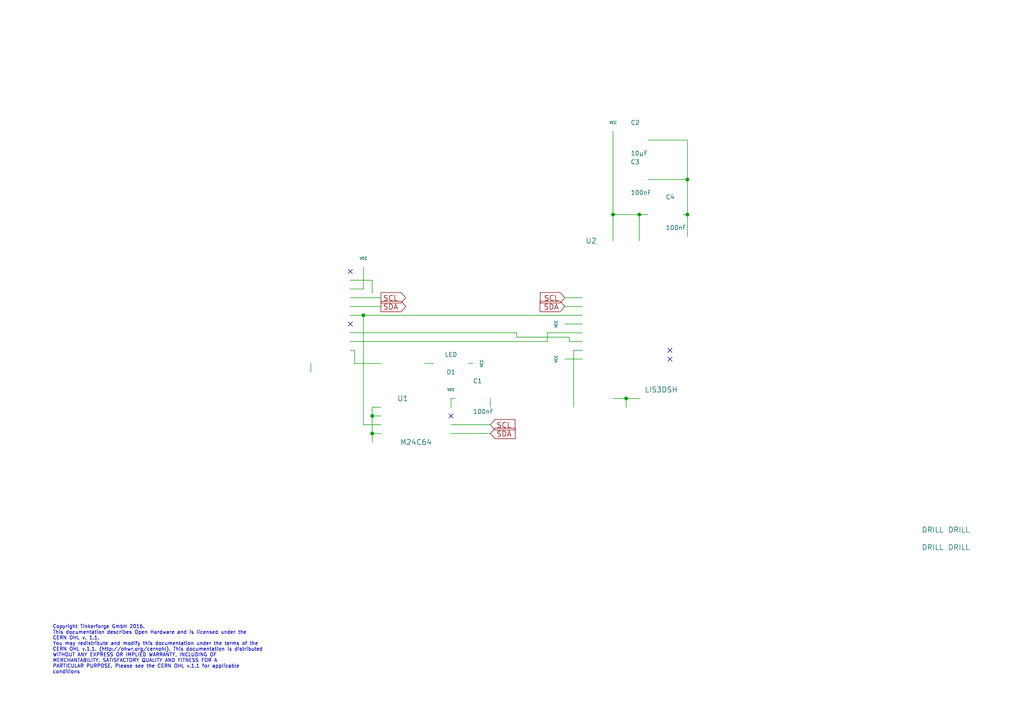
<source format=kicad_sch>
(kicad_sch (version 20230121) (generator eeschema)
  (paper "A4")
  (title_block (title "Accelerometer Bricklet") (date "2016-03-04") (rev "1.1") (company "Tinkerforge GmbH") (comment 1 "Licensed under CERN OHL v.1.1") (comment 2 "Copyright (©) 2016, B.Nordmeyer <bastian@tinkerforge.com>"))
  (lib_symbols)
  (junction (at 199.39 62.23))
  (junction (at 107.95 120.65))
  (junction (at 107.95 125.73))
  (junction (at 181.61 115.57))
  (junction (at 199.39 52.07))
  (junction (at 185.42 62.23))
  (junction (at 177.8 62.23))
  (junction (at 105.41 91.44))
  (no_connect (at 194.31 104.14))
  (no_connect (at 130.81 120.65))
  (no_connect (at 101.6 93.98))
  (no_connect (at 101.6 78.74))
  (no_connect (at 194.31 101.6))
  (wire (pts (xy 177.8 38.1) (xy 177.8 62.23)))
  (wire (pts (xy 110.49 105.41) (xy 102.87 105.41)))
  (wire (pts (xy 166.37 101.6) (xy 168.91 101.6)))
  (wire (pts (xy 123.19 105.41) (xy 125.73 105.41)))
  (wire (pts (xy 130.81 118.11) (xy 130.81 115.57)))
  (wire (pts (xy 142.24 115.57) (xy 142.24 118.11)))
  (wire (pts (xy 107.95 81.28) (xy 107.95 85.09)))
  (wire (pts (xy 158.75 99.06) (xy 101.6 99.06)))
  (wire (pts (xy 177.8 115.57) (xy 181.61 115.57)))
  (wire (pts (xy 105.41 123.19) (xy 105.41 91.44)))
  (wire (pts (xy 168.91 99.06) (xy 165.1 99.06)))
  (wire (pts (xy 185.42 62.23) (xy 187.96 62.23)))
  (wire (pts (xy 107.95 120.65) (xy 107.95 118.11)))
  (wire (pts (xy 101.6 88.9) (xy 110.49 88.9)))
  (wire (pts (xy 149.86 97.79) (xy 149.86 96.52)))
  (wire (pts (xy 177.8 62.23) (xy 177.8 69.85)))
  (wire (pts (xy 163.83 86.36) (xy 168.91 86.36)))
  (wire (pts (xy 107.95 120.65) (xy 110.49 120.65)))
  (wire (pts (xy 105.41 91.44) (xy 168.91 91.44)))
  (wire (pts (xy 130.81 115.57) (xy 132.08 115.57)))
  (wire (pts (xy 101.6 86.36) (xy 110.49 86.36)))
  (wire (pts (xy 177.8 62.23) (xy 185.42 62.23)))
  (wire (pts (xy 187.96 52.07) (xy 199.39 52.07)))
  (wire (pts (xy 107.95 128.27) (xy 107.95 125.73)))
  (wire (pts (xy 102.87 105.41) (xy 102.87 101.6)))
  (wire (pts (xy 105.41 83.82) (xy 101.6 83.82)))
  (wire (pts (xy 90.17 107.95) (xy 90.17 105.41)))
  (wire (pts (xy 198.12 62.23) (xy 199.39 62.23)))
  (wire (pts (xy 165.1 97.79) (xy 149.86 97.79)))
  (wire (pts (xy 185.42 69.85) (xy 185.42 62.23)))
  (wire (pts (xy 135.89 105.41) (xy 137.16 105.41)))
  (wire (pts (xy 165.1 99.06) (xy 165.1 97.79)))
  (wire (pts (xy 105.41 77.47) (xy 105.41 83.82)))
  (wire (pts (xy 199.39 40.64) (xy 199.39 52.07)))
  (wire (pts (xy 158.75 96.52) (xy 158.75 99.06)))
  (wire (pts (xy 107.95 125.73) (xy 107.95 120.65)))
  (wire (pts (xy 102.87 101.6) (xy 101.6 101.6)))
  (wire (pts (xy 107.95 118.11) (xy 110.49 118.11)))
  (wire (pts (xy 181.61 115.57) (xy 185.42 115.57)))
  (wire (pts (xy 101.6 81.28) (xy 107.95 81.28)))
  (wire (pts (xy 181.61 115.57) (xy 181.61 118.11)))
  (wire (pts (xy 130.81 125.73) (xy 142.24 125.73)))
  (wire (pts (xy 168.91 88.9) (xy 163.83 88.9)))
  (wire (pts (xy 130.81 123.19) (xy 142.24 123.19)))
  (wire (pts (xy 199.39 62.23) (xy 199.39 68.58)))
  (wire (pts (xy 168.91 96.52) (xy 158.75 96.52)))
  (wire (pts (xy 107.95 125.73) (xy 110.49 125.73)))
  (wire (pts (xy 163.83 104.14) (xy 168.91 104.14)))
  (wire (pts (xy 163.83 93.98) (xy 168.91 93.98)))
  (wire (pts (xy 166.37 118.11) (xy 166.37 101.6)))
  (wire (pts (xy 199.39 52.07) (xy 199.39 62.23)))
  (wire (pts (xy 101.6 91.44) (xy 105.41 91.44)))
  (wire (pts (xy 110.49 123.19) (xy 105.41 123.19)))
  (wire (pts (xy 149.86 96.52) (xy 101.6 96.52)))
  (wire (pts (xy 187.96 40.64) (xy 199.39 40.64)))
  (text "Copyright Tinkerforge GmbH 2016.\nThis documentation describes Open Hardware and is licensed under the\nCERN OHL v. 1.1.\nYou may redistribute and modify this documentation under the terms of the\nCERN OHL v.1.1. (http://ohwr.org/cernohl). This documentation is distributed\nWITHOUT ANY EXPRESS OR IMPLIED WARRANTY, INCLUDING OF\nMERCHANTABILITY, SATISFACTORY QUALITY AND FITNESS FOR A\nPARTICULAR PURPOSE. Please see the CERN OHL v.1.1 for applicable\nconditions\n" (at 15.24 195.58 0) (effects (font (size 1.016 1.016)) (justify left bottom)))
  (global_label "SDA" (shape input) (at 163.83 88.9 180) (effects (font (size 1.524 1.524))) (property "Intersheetrefs" "${INTERSHEET_REFS}" (effects hide)))
  (global_label "SDA" (shape output) (at 110.49 88.9 0) (effects (font (size 1.524 1.524))) (property "Intersheetrefs" "${INTERSHEET_REFS}" (effects hide)))
  (global_label "SCL" (shape input) (at 163.83 86.36 180) (effects (font (size 1.524 1.524))) (property "Intersheetrefs" "${INTERSHEET_REFS}" (effects hide)))
  (global_label "SCL" (shape input) (at 142.24 123.19 0) (effects (font (size 1.524 1.524))) (property "Intersheetrefs" "${INTERSHEET_REFS}" (effects hide)))
  (global_label "SCL" (shape output) (at 110.49 86.36 0) (effects (font (size 1.524 1.524))) (property "Intersheetrefs" "${INTERSHEET_REFS}" (effects hide)))
  (global_label "SDA" (shape input) (at 142.24 125.73 0) (effects (font (size 1.524 1.524))) (property "Intersheetrefs" "${INTERSHEET_REFS}" (effects hide)))
  (symbol (lib_id "CON-SENSOR") (at 90.17 90.17 0) (mirror y) (unit 1)
    (property "Reference" "P1" (at 96.52 76.2 0) (effects (font (size 1.524 1.524))))
    (property "Value" "CON-SENSOR" (at 86.36 90.17 90) (effects (font (size 1.524 1.524))))
    (property "Footprint" "CON-SENSOR" (effects hide))
  )
  (symbol (lib_id "GND") (at 90.17 107.95 0) (unit 1)
    (property "Reference" "#PWR06" (effects hide))
    (property "Value" "GND" (effects hide))
  )
  (symbol (lib_id "GND") (at 107.95 85.09 0) (unit 1)
    (property "Reference" "#PWR05" (effects hide))
    (property "Value" "GND" (effects hide))
  )
  (symbol (lib_id "VCC") (at 105.41 77.47 0) (unit 1)
    (property "Reference" "#PWR04" (effects hide))
    (property "Value" "VCC" (at 105.41 74.93 0) (effects (font (size 0.762 0.762))))
  )
  (symbol (lib_id "CAT24C") (at 120.65 128.27 0) (unit 1)
    (property "Reference" "U1" (at 116.84 115.57 0) (effects (font (size 1.524 1.524))))
    (property "Value" "M24C64" (at 120.65 128.27 0) (effects (font (size 1.524 1.524))))
    (property "Footprint" "SOIC8" (effects hide))
  )
  (symbol (lib_id "GND") (at 107.95 128.27 0) (unit 1)
    (property "Reference" "#PWR03" (effects hide))
    (property "Value" "GND" (effects hide))
  )
  (symbol (lib_id "VCC") (at 130.81 115.57 0) (unit 1)
    (property "Reference" "#PWR02" (effects hide))
    (property "Value" "VCC" (at 130.81 113.03 0) (effects (font (size 0.762 0.762))))
  )
  (symbol (lib_id "DRILL") (at 278.13 158.75 0) (unit 1)
    (property "Reference" "U6" (effects hide))
    (property "Value" "DRILL" (at 278.13 158.75 0) (effects (font (size 1.524 1.524))))
    (property "Footprint" "tinkerforge:DRILL_NP" (effects hide))
  )
  (symbol (lib_id "DRILL") (at 278.13 153.67 0) (unit 1)
    (property "Reference" "U5" (effects hide))
    (property "Value" "DRILL" (at 278.13 153.67 0) (effects (font (size 1.524 1.524))))
    (property "Footprint" "tinkerforge:DRILL_NP" (effects hide))
  )
  (symbol (lib_id "DRILL") (at 270.51 153.67 0) (unit 1)
    (property "Reference" "U3" (effects hide))
    (property "Value" "DRILL" (at 270.51 153.67 0) (effects (font (size 1.524 1.524))))
    (property "Footprint" "tinkerforge:DRILL_NP" (effects hide))
  )
  (symbol (lib_id "DRILL") (at 270.51 158.75 0) (unit 1)
    (property "Reference" "U4" (effects hide))
    (property "Value" "DRILL" (at 270.51 158.75 0) (effects (font (size 1.524 1.524))))
    (property "Footprint" "tinkerforge:DRILL_NP" (effects hide))
  )
  (symbol (lib_id "C") (at 137.16 115.57 270) (unit 1)
    (property "Reference" "C1" (at 137.16 110.49 90) (effects (justify left)))
    (property "Value" "100nF" (at 137.16 119.38 90) (effects (justify left)))
    (property "Footprint" "C0603" (effects hide))
  )
  (symbol (lib_id "GND") (at 142.24 118.11 0) (unit 1)
    (property "Reference" "#PWR01" (effects hide))
    (property "Value" "GND" (effects hide))
  )
  (symbol (lib_id "LIS3DSH") (at 181.61 92.71 0) (unit 1)
    (property "Reference" "U2" (at 171.45 69.85 0) (effects (font (size 1.524 1.524))))
    (property "Value" "LIS3DSH" (at 191.77 113.03 0) (effects (font (size 1.524 1.524))))
    (property "Footprint" "LGA-16-3x3" (effects hide))
  )
  (symbol (lib_id "C") (at 182.88 52.07 270) (unit 1)
    (property "Reference" "C3" (at 182.88 46.99 90) (effects (justify left)))
    (property "Value" "100nF" (at 182.88 55.88 90) (effects (justify left)))
    (property "Footprint" "C0603" (effects hide))
  )
  (symbol (lib_id "C") (at 193.04 62.23 270) (unit 1)
    (property "Reference" "C4" (at 193.04 57.15 90) (effects (justify left)))
    (property "Value" "100nF" (at 193.04 66.04 90) (effects (justify left)))
    (property "Footprint" "C0603" (effects hide))
  )
  (symbol (lib_id "GND") (at 199.39 68.58 0) (unit 1)
    (property "Reference" "#PWR07" (effects hide))
    (property "Value" "GND" (effects hide))
  )
  (symbol (lib_id "VCC") (at 177.8 38.1 0) (unit 1)
    (property "Reference" "#PWR08" (effects hide))
    (property "Value" "VCC" (at 177.8 35.56 0) (effects (font (size 0.762 0.762))))
  )
  (symbol (lib_id "GND") (at 181.61 118.11 0) (unit 1)
    (property "Reference" "#PWR09" (effects hide))
    (property "Value" "GND" (effects hide))
  )
  (symbol (lib_id "C") (at 182.88 40.64 270) (unit 1)
    (property "Reference" "C2" (at 182.88 35.56 90) (effects (justify left)))
    (property "Value" "10µF" (at 182.88 44.45 90) (effects (justify left)))
    (property "Footprint" "C0805" (effects hide))
  )
  (symbol (lib_id "VCC") (at 163.83 93.98 90) (unit 1)
    (property "Reference" "#PWR010" (effects hide))
    (property "Value" "VCC" (at 161.29 93.98 0) (effects (font (size 0.762 0.762))))
  )
  (symbol (lib_id "GND") (at 166.37 118.11 0) (unit 1)
    (property "Reference" "#PWR011" (effects hide))
    (property "Value" "GND" (effects hide))
  )
  (symbol (lib_id "VCC") (at 163.83 104.14 90) (unit 1)
    (property "Reference" "#PWR012" (effects hide))
    (property "Value" "VCC" (at 161.29 104.14 0) (effects (font (size 0.762 0.762))))
  )
  (symbol (lib_id "LED") (at 130.81 105.41 180) (unit 1)
    (property "Reference" "D1" (at 130.81 107.95 0))
    (property "Value" "LED" (at 130.81 102.87 0))
    (property "Footprint" "D0603" (effects hide))
  )
  (symbol (lib_id "R") (at 116.84 105.41 270) (unit 1)
    (property "Reference" "R1" (at 116.84 107.442 90))
    (property "Value" "1k" (at 116.84 105.41 90))
    (property "Footprint" "R0603" (effects hide))
  )
  (symbol (lib_id "VCC") (at 137.16 105.41 270) (unit 1)
    (property "Reference" "#PWR013" (effects hide))
    (property "Value" "VCC" (at 139.7 105.41 0) (effects (font (size 0.762 0.762))))
  )
)
</source>
